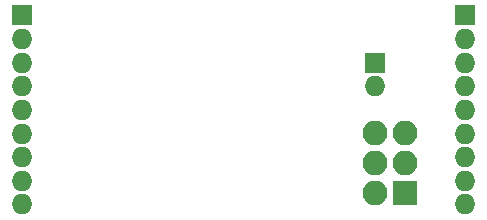
<source format=gbs>
G04 #@! TF.GenerationSoftware,KiCad,Pcbnew,(5.1.2-1)-1*
G04 #@! TF.CreationDate,2019-05-25T15:40:47+02:00*
G04 #@! TF.ProjectId,PSX64 Interface,50535836-3420-4496-9e74-657266616365,1.0*
G04 #@! TF.SameCoordinates,Original*
G04 #@! TF.FileFunction,Soldermask,Bot*
G04 #@! TF.FilePolarity,Negative*
%FSLAX46Y46*%
G04 Gerber Fmt 4.6, Leading zero omitted, Abs format (unit mm)*
G04 Created by KiCad (PCBNEW (5.1.2-1)-1) date 2019-05-25 15:40:47*
%MOMM*%
%LPD*%
G04 APERTURE LIST*
%ADD10O,1.750000X1.750000*%
%ADD11R,1.750000X1.750000*%
%ADD12R,2.100000X2.100000*%
%ADD13O,2.100000X2.100000*%
G04 APERTURE END LIST*
D10*
X107500000Y-141000000D03*
X107500000Y-139000000D03*
X107500000Y-137000000D03*
X107500000Y-135000000D03*
X107500000Y-133000000D03*
X107500000Y-131000000D03*
X107500000Y-129000000D03*
X107500000Y-127000000D03*
D11*
X107500000Y-125000000D03*
X137400000Y-129000000D03*
D10*
X137400000Y-131000000D03*
D11*
X145000000Y-125000000D03*
D10*
X145000000Y-127000000D03*
X145000000Y-129000000D03*
X145000000Y-131000000D03*
X145000000Y-133000000D03*
X145000000Y-135000000D03*
X145000000Y-137000000D03*
X145000000Y-139000000D03*
X145000000Y-141000000D03*
D12*
X139900000Y-140000000D03*
D13*
X137360000Y-140000000D03*
X139900000Y-137460000D03*
X137360000Y-137460000D03*
X139900000Y-134920000D03*
X137360000Y-134920000D03*
M02*

</source>
